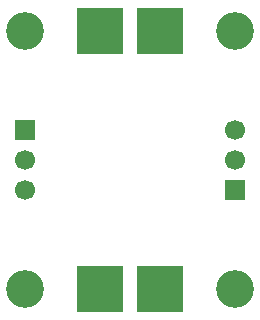
<source format=gbr>
%TF.GenerationSoftware,KiCad,Pcbnew,9.0.7*%
%TF.CreationDate,2026-01-27T19:55:09-08:00*%
%TF.ProjectId,gm_pogopin,676d5f70-6f67-46f7-9069-6e2e6b696361,rev?*%
%TF.SameCoordinates,Original*%
%TF.FileFunction,Soldermask,Top*%
%TF.FilePolarity,Negative*%
%FSLAX46Y46*%
G04 Gerber Fmt 4.6, Leading zero omitted, Abs format (unit mm)*
G04 Created by KiCad (PCBNEW 9.0.7) date 2026-01-27 19:55:09*
%MOMM*%
%LPD*%
G01*
G04 APERTURE LIST*
%ADD10R,1.700000X1.700000*%
%ADD11C,1.700000*%
%ADD12R,4.000000X4.000000*%
%ADD13C,3.200000*%
G04 APERTURE END LIST*
D10*
%TO.C,J2*%
X163830000Y-89662000D03*
D11*
X163830000Y-87122000D03*
X163830000Y-84582000D03*
%TD*%
D12*
%TO.C,DATA2*%
X157480000Y-76200000D03*
%TD*%
%TO.C,VAV*%
X152400000Y-76200000D03*
%TD*%
D13*
%TO.C,H3*%
X146050000Y-98044000D03*
%TD*%
D12*
%TO.C,GND*%
X152400000Y-98044000D03*
%TD*%
D13*
%TO.C,H1*%
X146050000Y-76200000D03*
%TD*%
%TO.C,H2*%
X163830000Y-76200000D03*
%TD*%
%TO.C,H4*%
X163830000Y-98044000D03*
%TD*%
D12*
%TO.C,DATA1*%
X157480000Y-98044000D03*
%TD*%
D10*
%TO.C,J1*%
X146050000Y-84582000D03*
D11*
X146050000Y-87122000D03*
X146050000Y-89662000D03*
%TD*%
M02*

</source>
